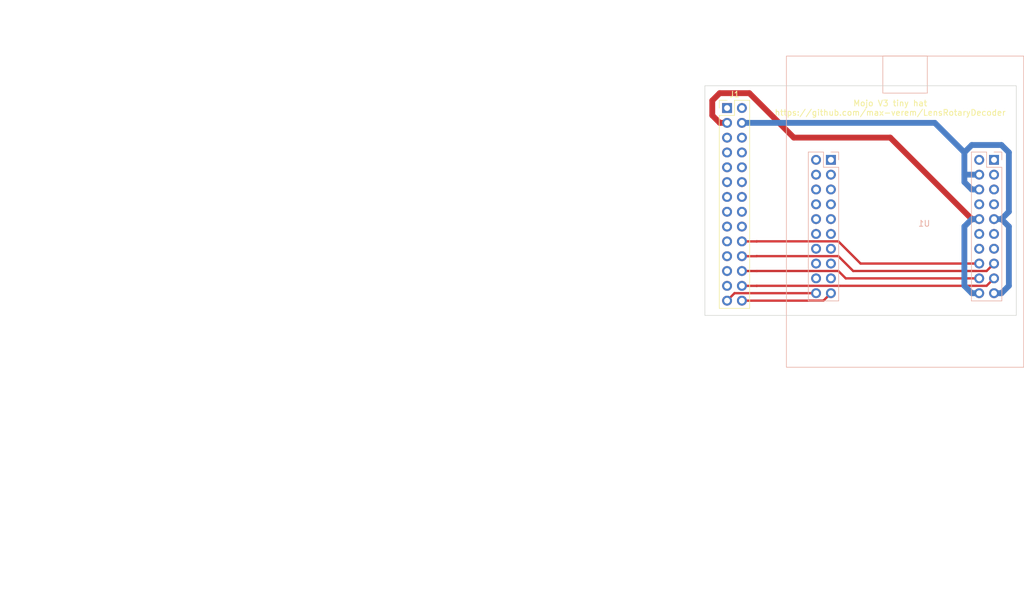
<source format=kicad_pcb>
(kicad_pcb (version 20211014) (generator pcbnew)
  (layers (0 "F.Cu" signal) (31 "B.Cu" signal) (34 "B.Paste" user) (35 "F.Paste" user) (36 "B.SilkS" user "B.Silkscreen") (37 "F.SilkS" user "F.Silkscreen") (38 "B.Mask" user) (39 "F.Mask" user) (44 "Edge.Cuts" user))
  (net 0 "")
  (net 1 "/VCC33")
  (net 2 "/GND")
  (net 3 "/P50")
  (net 4 "/P51")
  (net 5 "/P40")
  (net 6 "/P41")
  (net 7 "/P34")
  (net 8 "/P35")
  (net 9 "/P32")
  (net 10 "/P33")
  (net 11 "/P29")
  (net 12 "/P30")
  (net 13 "/P26")
  (net 14 "/P27")
  (net 15 "/P23")
  (net 16 "/P24")
  (net 17 "/P21")
  (net 18 "/P22")
  (net 19 "/P16")
  (net 20 "/P17")
  (net 21 "/P14")
  (net 51 "/P11")
  (net 52 "/P9")
  (net 53 "/P10")
  (net 54 "/P15")
  (net 55 "/P12")
  (footprint "Connector_PinHeader_2.54mm:PinHeader_2x14_P2.54mm_Vertical" (layer "F.Cu") (at 214.625 41.92)
    (fp_text reference "J1" (at 1.27 -2.33) (layer "F.SilkS"))
    (fp_text value "Conn_02x14_Odd_Even" hide)
    (fp_line (start -1.33 0) (end -1.33 -1.33) (layer "F.SilkS") (width 0.12))
    (fp_line (start 1.27 -1.33) (end 3.87 -1.33) (layer "F.SilkS") (width 0.12))
    (fp_line (start 3.87 -1.33) (end 3.87 34.35) (layer "F.SilkS") (width 0.12))
    (fp_line (start -1.33 1.27) (end -1.33 34.35) (layer "F.SilkS") (width 0.12))
    (fp_line (start -1.33 -1.33) (end 0 -1.33) (layer "F.SilkS") (width 0.12))
    (fp_line (start 1.27 1.27) (end 1.27 -1.33) (layer "F.SilkS") (width 0.12))
    (fp_line (start -1.33 1.27) (end 1.27 1.27) (layer "F.SilkS") (width 0.12))
    (fp_line (start -1.33 34.35) (end 3.87 34.35) (layer "F.SilkS") (width 0.12))
    (pad "1" thru_hole rect locked (at 0 0) (size 1.7 1.7) (drill 1) (layers *.Cu *.Mask))
    (pad "2" thru_hole oval locked (at 2.54 0) (size 1.7 1.7) (drill 1) (layers *.Cu *.Mask) (net 2 "/GND"))
    (pad "3" thru_hole oval locked (at 0 2.54) (size 1.7 1.7) (drill 1) (layers *.Cu *.Mask) (net 1 "/VCC33"))
    (pad "4" thru_hole oval locked (at 2.54 2.54) (size 1.7 1.7) (drill 1) (layers *.Cu *.Mask) (net 2 "/GND"))
    (pad "5" thru_hole oval locked (at 0 5.08) (size 1.7 1.7) (drill 1) (layers *.Cu *.Mask) (net 3 "/P50"))
    (pad "6" thru_hole oval locked (at 2.54 5.08) (size 1.7 1.7) (drill 1) (layers *.Cu *.Mask) (net 4 "/P51"))
    (pad "7" thru_hole oval locked (at 0 7.62) (size 1.7 1.7) (drill 1) (layers *.Cu *.Mask) (net 5 "/P40"))
    (pad "8" thru_hole oval locked (at 2.54 7.62) (size 1.7 1.7) (drill 1) (layers *.Cu *.Mask) (net 6 "/P41"))
    (pad "9" thru_hole oval locked (at 0 10.16) (size 1.7 1.7) (drill 1) (layers *.Cu *.Mask) (net 7 "/P34"))
    (pad "10" thru_hole oval locked (at 2.54 10.16) (size 1.7 1.7) (drill 1) (layers *.Cu *.Mask) (net 8 "/P35"))
    (pad "11" thru_hole oval locked (at 0 12.7) (size 1.7 1.7) (drill 1) (layers *.Cu *.Mask) (net 9 "/P32"))
    (pad "12" thru_hole oval locked (at 2.54 12.7) (size 1.7 1.7) (drill 1) (layers *.Cu *.Mask) (net 10 "/P33"))
    (pad "13" thru_hole oval locked (at 0 15.24) (size 1.7 1.7) (drill 1) (layers *.Cu *.Mask) (net 11 "/P29"))
    (pad "14" thru_hole oval locked (at 2.54 15.24) (size 1.7 1.7) (drill 1) (layers *.Cu *.Mask) (net 12 "/P30"))
    (pad "15" thru_hole oval locked (at 0 17.78) (size 1.7 1.7) (drill 1) (layers *.Cu *.Mask) (net 13 "/P26"))
    (pad "16" thru_hole oval locked (at 2.54 17.78) (size 1.7 1.7) (drill 1) (layers *.Cu *.Mask) (net 14 "/P27"))
    (pad "17" thru_hole oval locked (at 0 20.32) (size 1.7 1.7) (drill 1) (layers *.Cu *.Mask) (net 15 "/P23"))
    (pad "18" thru_hole oval locked (at 2.54 20.32) (size 1.7 1.7) (drill 1) (layers *.Cu *.Mask) (net 16 "/P24"))
    (pad "19" thru_hole oval locked (at 0 22.86) (size 1.7 1.7) (drill 1) (layers *.Cu *.Mask) (net 17 "/P21"))
    (pad "20" thru_hole oval locked (at 2.54 22.86) (size 1.7 1.7) (drill 1) (layers *.Cu *.Mask) (net 18 "/P22"))
    (pad "21" thru_hole oval locked (at 0 25.4) (size 1.7 1.7) (drill 1) (layers *.Cu *.Mask) (net 19 "/P16"))
    (pad "22" thru_hole oval locked (at 2.54 25.4) (size 1.7 1.7) (drill 1) (layers *.Cu *.Mask) (net 20 "/P17"))
    (pad "23" thru_hole oval locked (at 0 27.94) (size 1.7 1.7) (drill 1) (layers *.Cu *.Mask) (net 21 "/P14"))
    (pad "24" thru_hole oval locked (at 2.54 27.94) (size 1.7 1.7) (drill 1) (layers *.Cu *.Mask) (net 54 "/P15"))
    (pad "25" thru_hole oval locked (at 0 30.48) (size 1.7 1.7) (drill 1) (layers *.Cu *.Mask) (net 51 "/P11"))
    (pad "26" thru_hole oval locked (at 2.54 30.48) (size 1.7 1.7) (drill 1) (layers *.Cu *.Mask) (net 55 "/P12"))
    (pad "27" thru_hole oval locked (at 0 33.02) (size 1.7 1.7) (drill 1) (layers *.Cu *.Mask) (net 52 "/P9"))
    (pad "28" thru_hole oval locked (at 2.54 33.02) (size 1.7 1.7) (drill 1) (layers *.Cu *.Mask) (net 53 "/P10"))
  )
  (footprint "LensRotaryDecoder:CY7C68013A_EZ-USB_FX2LP" (layer "B.Cu") (at 248.38 62.225 180)
    (fp_text reference "U1" (at 0 0.5 unlocked) (layer "B.SilkS") (effects (justify mirror)))
    (fp_text value "CY7C68013A_EZ-USB_FX2LP")
    (fp_line (start 17.24 10.155) (end 17.24 12.755) (layer "B.SilkS") (width 0.12))
    (fp_line (start -10.7 12.755) (end -8.1 12.755) (layer "B.SilkS") (width 0.12))
    (fp_line (start -13.3 10.155) (end -10.7 10.155) (layer "B.SilkS") (width 0.12))
    (fp_line (start -13.3 -12.765) (end -8.1 -12.765) (layer "B.SilkS") (width 0.12))
    (fp_line (start -10.7 10.155) (end -10.7 12.755) (layer "B.SilkS") (width 0.12))
    (fp_line (start 14.64 10.155) (end 17.24 10.155) (layer "B.SilkS") (width 0.12))
    (fp_line (start -13.3 12.755) (end -11.97 12.755) (layer "B.SilkS") (width 0.12))
    (fp_line (start 19.84 12.755) (end 19.84 -12.765) (layer "B.SilkS") (width 0.12))
    (fp_line (start 14.64 12.755) (end 15.97 12.755) (layer "B.SilkS") (width 0.12))
    (fp_line (start 14.64 11.425) (end 14.64 12.755) (layer "B.SilkS") (width 0.12))
    (fp_line (start -13.3 11.425) (end -13.3 12.755) (layer "B.SilkS") (width 0.12))
    (fp_line (start 17.24 12.755) (end 19.84 12.755) (layer "B.SilkS") (width 0.12))
    (fp_line (start 14.64 10.155) (end 14.64 -12.765) (layer "B.SilkS") (width 0.12))
    (fp_line (start -8.1 12.755) (end -8.1 -12.765) (layer "B.SilkS") (width 0.12))
    (fp_line (start -13.3 10.155) (end -13.3 -12.765) (layer "B.SilkS") (width 0.12))
    (fp_line (start 14.64 -12.765) (end 19.84 -12.765) (layer "B.SilkS") (width 0.12))
    (fp_rect (start -0.54 29.205) (end 7.08 22.855) (layer "B.SilkS") (width 0.12) (fill none))
    (fp_rect (start -17.05 29.205) (end 23.59 -24.135) (layer "B.SilkS") (width 0.12) (fill none))
    (pad "1" thru_hole rect (at -11.97 11.425 180) (size 1.7 1.7) (drill 1) (layers *.Cu *.Mask))
    (pad "2" thru_hole oval (at -9.43 11.425 180) (size 1.7 1.7) (drill 1) (layers *.Cu *.Mask))
    (pad "3" thru_hole oval (at -11.97 8.885 180) (size 1.7 1.7) (drill 1) (layers *.Cu *.Mask))
    (pad "4" thru_hole oval (at -9.43 8.885 180) (size 1.7 1.7) (drill 1) (layers *.Cu *.Mask) (net 2 "/GND"))
    (pad "5" thru_hole oval (at -11.97 6.345 180) (size 1.7 1.7) (drill 1) (layers *.Cu *.Mask))
    (pad "6" thru_hole oval (at -9.43 6.345 180) (size 1.7 1.7) (drill 1) (layers *.Cu *.Mask) (net 2 "/GND"))
    (pad "7" thru_hole oval (at -11.97 3.805 180) (size 1.7 1.7) (drill 1) (layers *.Cu *.Mask))
    (pad "8" thru_hole oval (at -9.43 3.805 180) (size 1.7 1.7) (drill 1) (layers *.Cu *.Mask))
    (pad "9" thru_hole oval (at -11.97 1.265 180) (size 1.7 1.7) (drill 1) (layers *.Cu *.Mask) (net 2 "/GND"))
    (pad "10" thru_hole oval (at -9.43 1.265 180) (size 1.7 1.7) (drill 1) (layers *.Cu *.Mask) (net 1 "/VCC33"))
    (pad "11" thru_hole oval (at -11.97 -1.275 180) (size 1.7 1.7) (drill 1) (layers *.Cu *.Mask))
    (pad "12" thru_hole oval (at -9.43 -1.275 180) (size 1.7 1.7) (drill 1) (layers *.Cu *.Mask))
    (pad "13" thru_hole oval (at -11.97 -3.815 180) (size 1.7 1.7) (drill 1) (layers *.Cu *.Mask))
    (pad "14" thru_hole oval (at -9.43 -3.815 180) (size 1.7 1.7) (drill 1) (layers *.Cu *.Mask))
    (pad "15" thru_hole oval (at -11.97 -6.355 180) (size 1.7 1.7) (drill 1) (layers *.Cu *.Mask) (net 20 "/P17"))
    (pad "16" thru_hole oval (at -9.43 -6.355 180) (size 1.7 1.7) (drill 1) (layers *.Cu *.Mask) (net 18 "/P22"))
    (pad "17" thru_hole oval (at -11.97 -8.895 180) (size 1.7 1.7) (drill 1) (layers *.Cu *.Mask) (net 55 "/P12"))
    (pad "18" thru_hole oval (at -9.43 -8.895 180) (size 1.7 1.7) (drill 1) (layers *.Cu *.Mask) (net 54 "/P15"))
    (pad "19" thru_hole oval (at -11.97 -11.435 180) (size 1.7 1.7) (drill 1) (layers *.Cu *.Mask) (net 2 "/GND"))
    (pad "20" thru_hole oval (at -9.43 -11.435 180) (size 1.7 1.7) (drill 1) (layers *.Cu *.Mask) (net 1 "/VCC33"))
    (pad "21" thru_hole rect (at 15.97 11.425 180) (size 1.7 1.7) (drill 1) (layers *.Cu *.Mask))
    (pad "22" thru_hole oval (at 18.51 11.425 180) (size 1.7 1.7) (drill 1) (layers *.Cu *.Mask))
    (pad "23" thru_hole oval (at 15.97 8.885 180) (size 1.7 1.7) (drill 1) (layers *.Cu *.Mask))
    (pad "24" thru_hole oval (at 18.51 8.885 180) (size 1.7 1.7) (drill 1) (layers *.Cu *.Mask))
    (pad "25" thru_hole oval (at 15.97 6.345 180) (size 1.7 1.7) (drill 1) (layers *.Cu *.Mask))
    (pad "26" thru_hole oval (at 18.51 6.345 180) (size 1.7 1.7) (drill 1) (layers *.Cu *.Mask))
    (pad "27" thru_hole oval (at 15.97 3.805 180) (size 1.7 1.7) (drill 1) (layers *.Cu *.Mask))
    (pad "28" thru_hole oval (at 18.51 3.805 180) (size 1.7 1.7) (drill 1) (layers *.Cu *.Mask))
    (pad "29" thru_hole oval (at 15.97 1.265 180) (size 1.7 1.7) (drill 1) (layers *.Cu *.Mask))
    (pad "30" thru_hole oval (at 18.51 1.265 180) (size 1.7 1.7) (drill 1) (layers *.Cu *.Mask))
    (pad "31" thru_hole oval (at 15.97 -1.275 180) (size 1.7 1.7) (drill 1) (layers *.Cu *.Mask))
    (pad "32" thru_hole oval (at 18.51 -1.275 180) (size 1.7 1.7) (drill 1) (layers *.Cu *.Mask))
    (pad "33" thru_hole oval (at 15.97 -3.815 180) (size 1.7 1.7) (drill 1) (layers *.Cu *.Mask))
    (pad "34" thru_hole oval (at 18.51 -3.815 180) (size 1.7 1.7) (drill 1) (layers *.Cu *.Mask))
    (pad "35" thru_hole oval (at 15.97 -6.355 180) (size 1.7 1.7) (drill 1) (layers *.Cu *.Mask))
    (pad "36" thru_hole oval (at 18.51 -6.355 180) (size 1.7 1.7) (drill 1) (layers *.Cu *.Mask))
    (pad "37" thru_hole oval (at 15.97 -8.895 180) (size 1.7 1.7) (drill 1) (layers *.Cu *.Mask))
    (pad "38" thru_hole oval (at 18.51 -8.895 180) (size 1.7 1.7) (drill 1) (layers *.Cu *.Mask))
    (pad "39" thru_hole oval (at 15.97 -11.435 180) (size 1.7 1.7) (drill 1) (layers *.Cu *.Mask) (net 53 "/P10"))
    (pad "40" thru_hole oval (at 18.51 -11.435 180) (size 1.7 1.7) (drill 1) (layers *.Cu *.Mask) (net 52 "/P9"))
  )
  (gr_rect (start 210.82 38.1) (end 264.16 77.47) (layer "Edge.Cuts") (width 0.1) (fill none))
  (gr_text "Mojo V3 tiny hat\nhttps://github.com/max-verem/LensRotaryDecoder" (at 242.57 41.91) (layer "F.SilkS") (effects (font (size 1 1))))
  (segment (start 214.625 44.46) (end 213.37 44.46) (width 1) (layer "F.Cu") (net 1))
  (segment (start 226.06 46.99) (end 242.57 46.99) (width 1) (layer "F.Cu") (net 1))
  (segment (start 242.57 46.99) (end 256.54 60.96) (width 1) (layer "F.Cu") (net 1))
  (segment (start 213.36 39.37) (end 218.44 39.37) (width 1) (layer "F.Cu") (net 1))
  (segment (start 212.09 43.18) (end 212.09 40.64) (width 1) (layer "F.Cu") (net 1))
  (segment (start 213.37 44.46) (end 212.09 43.18) (width 1) (layer "F.Cu") (net 1))
  (segment (start 218.44 39.37) (end 226.06 46.99) (width 1) (layer "F.Cu") (net 1))
  (segment (start 256.54 60.96) (end 257.81 60.96) (width 1) (layer "F.Cu") (net 1))
  (segment (start 212.09 40.64) (end 213.36 39.37) (width 1) (layer "F.Cu") (net 1))
  (segment (start 256.54 73.66) (end 255.27 72.39) (width 1) (layer "B.Cu") (net 1))
  (segment (start 256.54 60.96) (end 257.81 60.96) (width 1) (layer "B.Cu") (net 1))
  (segment (start 255.27 72.39) (end 255.27 62.23) (width 1) (layer "B.Cu") (net 1))
  (segment (start 255.27 62.23) (end 256.54 60.96) (width 1) (layer "B.Cu") (net 1))
  (segment (start 257.81 73.66) (end 256.54 73.66) (width 1) (layer "B.Cu") (net 1))
  (segment (start 255.27 49.53) (end 255.27 53.34) (width 1) (layer "B.Cu") (net 2))
  (segment (start 255.27 54.61) (end 256.54 55.88) (width 1) (layer "B.Cu") (net 2))
  (segment (start 260.35 60.96) (end 261.62 60.96) (width 1) (layer "B.Cu") (net 2))
  (segment (start 255.27 53.34) (end 255.27 54.61) (width 1) (layer "B.Cu") (net 2))
  (segment (start 261.62 73.66) (end 260.35 73.66) (width 1) (layer "B.Cu") (net 2))
  (segment (start 262.89 72.39) (end 261.62 73.66) (width 1) (layer "B.Cu") (net 2))
  (segment (start 257.81 53.34) (end 255.27 53.34) (width 1) (layer "B.Cu") (net 2))
  (segment (start 250.2 44.46) (end 255.27 49.53) (width 1) (layer "B.Cu") (net 2))
  (segment (start 262.89 62.23) (end 262.89 72.39) (width 1) (layer "B.Cu") (net 2))
  (segment (start 256.54 48.26) (end 255.27 49.53) (width 1) (layer "B.Cu") (net 2))
  (segment (start 217.165 44.46) (end 250.2 44.46) (width 1) (layer "B.Cu") (net 2))
  (segment (start 261.62 48.26) (end 256.54 48.26) (width 1) (layer "B.Cu") (net 2))
  (segment (start 262.89 49.53) (end 261.62 48.26) (width 1) (layer "B.Cu") (net 2))
  (segment (start 261.62 60.96) (end 262.89 62.23) (width 1) (layer "B.Cu") (net 2))
  (segment (start 261.62 60.96) (end 262.89 59.69) (width 1) (layer "B.Cu") (net 2))
  (segment (start 262.89 59.69) (end 262.89 49.53) (width 1) (layer "B.Cu") (net 2))
  (segment (start 256.54 55.88) (end 257.81 55.88) (width 1) (layer "B.Cu") (net 2))
  (segment (start 233.68 64.77) (end 219.71 64.77) (width 0.4) (layer "F.Cu") (net 18))
  (segment (start 219.7 64.78) (end 217.165 64.78) (width 0.4) (layer "F.Cu") (net 18))
  (segment (start 257.81 68.58) (end 237.49 68.58) (width 0.4) (layer "F.Cu") (net 18))
  (segment (start 219.71 64.77) (end 219.7 64.78) (width 0.4) (layer "F.Cu") (net 18))
  (segment (start 237.49 68.58) (end 233.68 64.77) (width 0.4) (layer "F.Cu") (net 18))
  (segment (start 219.71 67.31) (end 219.7 67.32) (width 0.4) (layer "F.Cu") (net 20))
  (segment (start 233.68 67.31) (end 219.71 67.31) (width 0.4) (layer "F.Cu") (net 20))
  (segment (start 260.35 68.58) (end 259.08 69.85) (width 0.4) (layer "F.Cu") (net 20))
  (segment (start 236.22 69.85) (end 233.68 67.31) (width 0.4) (layer "F.Cu") (net 20))
  (segment (start 259.08 69.85) (end 236.22 69.85) (width 0.4) (layer "F.Cu") (net 20))
  (segment (start 219.7 67.32) (end 217.165 67.32) (width 0.4) (layer "F.Cu") (net 20))
  (segment (start 214.625 72.395) (end 214.63 72.39) (width 0.5) (layer "F.Cu") (net 51))
  (segment (start 214.625 72.4) (end 214.625 72.395) (width 0.5) (layer "F.Cu") (net 51))
  (segment (start 215.9 73.66) (end 215.9 73.665) (width 0.4) (layer "F.Cu") (net 52))
  (segment (start 215.9 73.665) (end 214.625 74.94) (width 0.4) (layer "F.Cu") (net 52))
  (segment (start 229.87 73.66) (end 215.9 73.66) (width 0.4) (layer "F.Cu") (net 52))
  (segment (start 217.165 74.94) (end 231.13 74.94) (width 0.4) (layer "F.Cu") (net 53))
  (segment (start 231.13 74.94) (end 232.41 73.66) (width 0.4) (layer "F.Cu") (net 53))
  (segment (start 234.95 71.12) (end 233.68 69.85) (width 0.4) (layer "F.Cu") (net 54))
  (segment (start 219.71 69.85) (end 219.7 69.86) (width 0.4) (layer "F.Cu") (net 54))
  (segment (start 257.81 71.12) (end 234.95 71.12) (width 0.4) (layer "F.Cu") (net 54))
  (segment (start 219.7 69.86) (end 217.165 69.86) (width 0.4) (layer "F.Cu") (net 54))
  (segment (start 233.68 69.85) (end 219.71 69.85) (width 0.4) (layer "F.Cu") (net 54))
  (segment (start 260.35 71.12) (end 259.08 72.39) (width 0.4) (layer "F.Cu") (net 55))
  (segment (start 219.71 72.39) (end 219.7 72.4) (width 0.4) (layer "F.Cu") (net 55))
  (segment (start 219.7 72.4) (end 217.165 72.4) (width 0.4) (layer "F.Cu") (net 55))
  (segment (start 259.08 72.39) (end 219.71 72.39) (width 0.4) (layer "F.Cu") (net 55))
)
</source>
